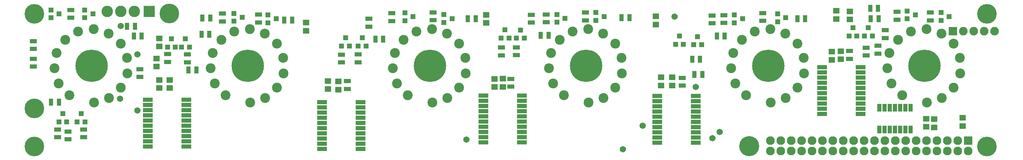
<source format=gts>
G04 #@! TF.FileFunction,Soldermask,Top*
%FSLAX46Y46*%
G04 Gerber Fmt 4.6, Leading zero omitted, Abs format (unit mm)*
G04 Created by KiCad (PCBNEW 4.0.6+dfsg1-1) date Sun Apr  1 15:15:07 2018*
%MOMM*%
%LPD*%
G01*
G04 APERTURE LIST*
%ADD10C,0.100000*%
%ADD11R,1.700000X1.100000*%
%ADD12R,1.100000X1.700000*%
%ADD13R,1.000000X1.900000*%
%ADD14R,1.300000X1.200000*%
%ADD15R,1.200000X1.300000*%
%ADD16R,1.650000X1.400000*%
%ADD17R,2.350000X1.000000*%
%ADD18C,4.800000*%
%ADD19C,1.543000*%
%ADD20R,2.100000X2.100000*%
%ADD21O,2.100000X2.100000*%
%ADD22C,2.400000*%
%ADD23C,7.900000*%
%ADD24C,4.900000*%
%ADD25R,2.127200X2.127200*%
%ADD26O,2.127200X2.127200*%
%ADD27C,2.800000*%
%ADD28R,2.800000X2.800000*%
G04 APERTURE END LIST*
D10*
D11*
X238125000Y-59883000D03*
X238125000Y-61783000D03*
D12*
X56708080Y-61264800D03*
X54808080Y-61264800D03*
D13*
X236664500Y-84170500D03*
X237934500Y-84170500D03*
X239204500Y-84170500D03*
X240474500Y-84170500D03*
X241744500Y-84170500D03*
X243014500Y-84170500D03*
X244284500Y-84170500D03*
X244284500Y-78770500D03*
X243014500Y-78770500D03*
X241744500Y-78770500D03*
X240474500Y-78770500D03*
X239204500Y-78770500D03*
X237934500Y-78770500D03*
X236664500Y-78770500D03*
D12*
X234444500Y-54546500D03*
X236344500Y-54546500D03*
D11*
X249110500Y-57465000D03*
X249110500Y-55565000D03*
X236347000Y-65593000D03*
X236347000Y-63693000D03*
X233489500Y-64137500D03*
X233489500Y-66037500D03*
X229425500Y-66863000D03*
X229425500Y-64963000D03*
X240990120Y-57277040D03*
X240990120Y-55377040D03*
D12*
X236471500Y-57023000D03*
X234571500Y-57023000D03*
X218564500Y-57023000D03*
X216664500Y-57023000D03*
X198943000Y-61277500D03*
X197043000Y-61277500D03*
D11*
X208216500Y-57592000D03*
X208216500Y-55692000D03*
D12*
X192910500Y-66992500D03*
X191010500Y-66992500D03*
X191582000Y-70675500D03*
X193482000Y-70675500D03*
D11*
X188595000Y-73403500D03*
X188595000Y-71503500D03*
X198755000Y-58100000D03*
X198755000Y-56200000D03*
X195834000Y-58163500D03*
X195834000Y-56263500D03*
D12*
X175702000Y-56769000D03*
X173802000Y-56769000D03*
X155953500Y-61150500D03*
X154053500Y-61150500D03*
D11*
X164973000Y-57465000D03*
X164973000Y-55565000D03*
X148132800Y-64053680D03*
X148132800Y-65953680D03*
X144475200Y-64094320D03*
X144475200Y-65994320D03*
X146748500Y-73657500D03*
X146748500Y-71757500D03*
X155384500Y-57909500D03*
X155384500Y-56009500D03*
X151790400Y-58008560D03*
X151790400Y-56108560D03*
D12*
X138173500Y-57086500D03*
X136273500Y-57086500D03*
X115631000Y-62039500D03*
X113731000Y-62039500D03*
D11*
X127769620Y-57388800D03*
X127769620Y-55488800D03*
X109496860Y-65798660D03*
X109496860Y-67698660D03*
X105445560Y-65826600D03*
X105445560Y-67726600D03*
X106870500Y-74229000D03*
X106870500Y-72329000D03*
X117739160Y-57640260D03*
X117739160Y-55740260D03*
X112141000Y-58989000D03*
X112141000Y-57089000D03*
D12*
X93406000Y-57404000D03*
X91506000Y-57404000D03*
X73213000Y-60896500D03*
X71313000Y-60896500D03*
D11*
X85217000Y-57973000D03*
X85217000Y-56073000D03*
X67881500Y-67688500D03*
X67881500Y-65788500D03*
X62992000Y-65725000D03*
X62992000Y-67625000D03*
D12*
X70038000Y-69596000D03*
X68138000Y-69596000D03*
D11*
X76428600Y-57688520D03*
X76428600Y-55788520D03*
D12*
X73403500Y-56896000D03*
X71503500Y-56896000D03*
X34610000Y-77470000D03*
X36510000Y-77470000D03*
D11*
X39370000Y-54930000D03*
X39370000Y-56830000D03*
X42545000Y-86040000D03*
X42545000Y-84140000D03*
X38735000Y-84648000D03*
X38735000Y-86548000D03*
X36195000Y-86040000D03*
X36195000Y-84140000D03*
X30226000Y-62550000D03*
X30226000Y-64450000D03*
X30226000Y-66868000D03*
X30226000Y-68768000D03*
D14*
X251730000Y-55565000D03*
X251730000Y-57465000D03*
X253730000Y-56515000D03*
D15*
X233047500Y-61261500D03*
X234947500Y-61261500D03*
X233997500Y-59261500D03*
D14*
X243464840Y-55148440D03*
X243464840Y-57048440D03*
X245464840Y-56098440D03*
D15*
X229301000Y-61261500D03*
X231201000Y-61261500D03*
X230251000Y-59261500D03*
D14*
X211852000Y-55882500D03*
X211852000Y-57782500D03*
X213852000Y-56832500D03*
D15*
X191391500Y-63420500D03*
X193291500Y-63420500D03*
X192341500Y-61420500D03*
D14*
X201311000Y-56136500D03*
X201311000Y-58036500D03*
X203311000Y-57086500D03*
D15*
X186946500Y-63293500D03*
X188846500Y-63293500D03*
X187896500Y-61293500D03*
D14*
X167529000Y-55565000D03*
X167529000Y-57465000D03*
X169529000Y-56515000D03*
D15*
X148148000Y-61833000D03*
X150048000Y-61833000D03*
X149098000Y-59833000D03*
D14*
X158004000Y-56009500D03*
X158004000Y-57909500D03*
X160004000Y-56959500D03*
D15*
X144401500Y-61769500D03*
X146301500Y-61769500D03*
X145351500Y-59769500D03*
D14*
X130445000Y-56073000D03*
X130445000Y-57973000D03*
X132445000Y-57023000D03*
D15*
X109540000Y-63738000D03*
X111440000Y-63738000D03*
X110490000Y-61738000D03*
D14*
X120920000Y-55628500D03*
X120920000Y-57528500D03*
X122920000Y-56578500D03*
D15*
X105476000Y-63738000D03*
X107376000Y-63738000D03*
X106426000Y-61738000D03*
D14*
X87519000Y-56136500D03*
X87519000Y-58036500D03*
X89519000Y-57086500D03*
D15*
X66423500Y-63992000D03*
X68323500Y-63992000D03*
X67373500Y-61992000D03*
D14*
X79200500Y-55755500D03*
X79200500Y-57655500D03*
X81200500Y-56705500D03*
D15*
X62994500Y-63992000D03*
X64894500Y-63992000D03*
X63944500Y-61992000D03*
D14*
X42815000Y-54930000D03*
X42815000Y-56830000D03*
X44815000Y-55880000D03*
D15*
X40960000Y-82280000D03*
X42860000Y-82280000D03*
X41910000Y-80280000D03*
D14*
X34560000Y-54930000D03*
X34560000Y-56830000D03*
X36560000Y-55880000D03*
D15*
X36515000Y-82280000D03*
X38415000Y-82280000D03*
X37465000Y-80280000D03*
D16*
X60960000Y-74025000D03*
X60960000Y-72025000D03*
X102108000Y-74279000D03*
X102108000Y-72279000D03*
X142748000Y-73771000D03*
X142748000Y-71771000D03*
X183451500Y-73390000D03*
X183451500Y-71390000D03*
X225107500Y-67103500D03*
X225107500Y-65103500D03*
X250063000Y-83613500D03*
X250063000Y-81613500D03*
X63500000Y-74025000D03*
X63500000Y-72025000D03*
X104648000Y-74406000D03*
X104648000Y-72406000D03*
X144843500Y-73707500D03*
X144843500Y-71707500D03*
X186118500Y-73390000D03*
X186118500Y-71390000D03*
X227266500Y-66976500D03*
X227266500Y-64976500D03*
X248094500Y-83486500D03*
X248094500Y-81486500D03*
D17*
X58165000Y-76835000D03*
X58165000Y-78105000D03*
X58165000Y-79375000D03*
X58165000Y-80645000D03*
X58165000Y-81915000D03*
X58165000Y-83185000D03*
X58165000Y-84455000D03*
X58165000Y-85725000D03*
X58165000Y-86995000D03*
X58165000Y-88265000D03*
X67565000Y-88265000D03*
X67565000Y-86995000D03*
X67565000Y-85725000D03*
X67565000Y-84455000D03*
X67565000Y-83185000D03*
X67565000Y-81915000D03*
X67565000Y-80645000D03*
X67565000Y-79375000D03*
X67565000Y-78105000D03*
X67565000Y-76835000D03*
X140080000Y-75869800D03*
X140080000Y-77139800D03*
X140080000Y-78409800D03*
X140080000Y-79679800D03*
X140080000Y-80949800D03*
X140080000Y-82219800D03*
X140080000Y-83489800D03*
X140080000Y-84759800D03*
X140080000Y-86029800D03*
X140080000Y-87299800D03*
X149480000Y-87299800D03*
X149480000Y-86029800D03*
X149480000Y-84759800D03*
X149480000Y-83489800D03*
X149480000Y-82219800D03*
X149480000Y-80949800D03*
X149480000Y-79679800D03*
X149480000Y-78409800D03*
X149480000Y-77139800D03*
X149480000Y-75869800D03*
X100710000Y-77470000D03*
X100710000Y-78740000D03*
X100710000Y-80010000D03*
X100710000Y-81280000D03*
X100710000Y-82550000D03*
X100710000Y-83820000D03*
X100710000Y-85090000D03*
X100710000Y-86360000D03*
X100710000Y-87630000D03*
X100710000Y-88900000D03*
X110110000Y-88900000D03*
X110110000Y-87630000D03*
X110110000Y-86360000D03*
X110110000Y-85090000D03*
X110110000Y-83820000D03*
X110110000Y-82550000D03*
X110110000Y-81280000D03*
X110110000Y-80010000D03*
X110110000Y-78740000D03*
X110110000Y-77470000D03*
X222693500Y-68897500D03*
X222693500Y-70167500D03*
X222693500Y-71437500D03*
X222693500Y-72707500D03*
X222693500Y-73977500D03*
X222693500Y-75247500D03*
X222693500Y-76517500D03*
X222693500Y-77787500D03*
X222693500Y-79057500D03*
X222693500Y-80327500D03*
X232093500Y-80327500D03*
X232093500Y-79057500D03*
X232093500Y-77787500D03*
X232093500Y-76517500D03*
X232093500Y-75247500D03*
X232093500Y-73977500D03*
X232093500Y-72707500D03*
X232093500Y-71437500D03*
X232093500Y-70167500D03*
X232093500Y-68897500D03*
X182523400Y-75895200D03*
X182523400Y-77165200D03*
X182523400Y-78435200D03*
X182523400Y-79705200D03*
X182523400Y-80975200D03*
X182523400Y-82245200D03*
X182523400Y-83515200D03*
X182523400Y-84785200D03*
X182523400Y-86055200D03*
X182523400Y-87325200D03*
X191923400Y-87325200D03*
X191923400Y-86055200D03*
X191923400Y-84785200D03*
X191923400Y-83515200D03*
X191923400Y-82245200D03*
X191923400Y-80975200D03*
X191923400Y-79705200D03*
X191923400Y-78435200D03*
X191923400Y-77165200D03*
X191923400Y-75895200D03*
D16*
X256984500Y-83296000D03*
X256984500Y-81296000D03*
X60325000Y-68754500D03*
X60325000Y-66754500D03*
D12*
X55052000Y-58928000D03*
X53152000Y-58928000D03*
D18*
X30480000Y-88265000D03*
X262890000Y-55880000D03*
X262890000Y-88265000D03*
X30480000Y-55880000D03*
D19*
X51562000Y-58801000D03*
X55626000Y-79502000D03*
X55626000Y-65786000D03*
X197739000Y-84772500D03*
X195961000Y-86296500D03*
X178943000Y-83248500D03*
X51460400Y-76606400D03*
D16*
X60960000Y-61865000D03*
X60960000Y-63865000D03*
X96774000Y-57991500D03*
X96774000Y-59991500D03*
X140716000Y-56086500D03*
X140716000Y-58086500D03*
X182118000Y-56467500D03*
X182118000Y-58467500D03*
X226187000Y-55134000D03*
X226187000Y-57134000D03*
X229489000Y-55261000D03*
X229489000Y-57261000D03*
D19*
X135890000Y-86614000D03*
X186753500Y-56515000D03*
X174117000Y-88963500D03*
X191897000Y-73723500D03*
D20*
X254635000Y-60071000D03*
D21*
X257175000Y-60071000D03*
X259715000Y-60071000D03*
X262255000Y-60071000D03*
X264795000Y-60071000D03*
D22*
X41197092Y-60168592D03*
X39033665Y-75767720D03*
X36439216Y-72879821D03*
X35457154Y-69118381D03*
X35937038Y-65470661D03*
X38016404Y-62229375D03*
X45010367Y-59611249D03*
X48649987Y-60663517D03*
X51566293Y-63174145D03*
X53156487Y-66613765D03*
X53183740Y-70465837D03*
X51633897Y-73918326D03*
X48742118Y-76459766D03*
X45119607Y-77561544D03*
D23*
X44450000Y-68580000D03*
D22*
X79297092Y-60168592D03*
X77133665Y-75767720D03*
X74539216Y-72879821D03*
X73557154Y-69118381D03*
X74037038Y-65470661D03*
X76116404Y-62229375D03*
X83110367Y-59611249D03*
X86749987Y-60663517D03*
X89666293Y-63174145D03*
X91256487Y-66613765D03*
X91283740Y-70465837D03*
X89733897Y-73918326D03*
X86842118Y-76459766D03*
X83219607Y-77561544D03*
D23*
X82550000Y-68580000D03*
D22*
X123747092Y-60168592D03*
X121583665Y-75767720D03*
X118989216Y-72879821D03*
X118007154Y-69118381D03*
X118487038Y-65470661D03*
X120566404Y-62229375D03*
X127560367Y-59611249D03*
X131199987Y-60663517D03*
X134116293Y-63174145D03*
X135706487Y-66613765D03*
X135733740Y-70465837D03*
X134183897Y-73918326D03*
X131292118Y-76459766D03*
X127669607Y-77561544D03*
D23*
X127000000Y-68580000D03*
D22*
X161847092Y-60168592D03*
X159683665Y-75767720D03*
X157089216Y-72879821D03*
X156107154Y-69118381D03*
X156587038Y-65470661D03*
X158666404Y-62229375D03*
X165660367Y-59611249D03*
X169299987Y-60663517D03*
X172216293Y-63174145D03*
X173806487Y-66613765D03*
X173833740Y-70465837D03*
X172283897Y-73918326D03*
X169392118Y-76459766D03*
X165769607Y-77561544D03*
D23*
X165100000Y-68580000D03*
D22*
X206297092Y-60168592D03*
X204133665Y-75767720D03*
X201539216Y-72879821D03*
X200557154Y-69118381D03*
X201037038Y-65470661D03*
X203116404Y-62229375D03*
X210110367Y-59611249D03*
X213749987Y-60663517D03*
X216666293Y-63174145D03*
X218256487Y-66613765D03*
X218283740Y-70465837D03*
X216733897Y-73918326D03*
X213842118Y-76459766D03*
X210219607Y-77561544D03*
D23*
X209550000Y-68580000D03*
D22*
X244397092Y-60168592D03*
X242233665Y-75767720D03*
X239639216Y-72879821D03*
X238657154Y-69118381D03*
X239137038Y-65470661D03*
X241216404Y-62229375D03*
X248210367Y-59611249D03*
X251849987Y-60663517D03*
X254766293Y-63174145D03*
X256356487Y-66613765D03*
X256383740Y-70465837D03*
X254833897Y-73918326D03*
X251942118Y-76459766D03*
X248319607Y-77561544D03*
D23*
X247650000Y-68580000D03*
D24*
X204946000Y-88194000D03*
D25*
X258346000Y-86894000D03*
D26*
X258346000Y-89434000D03*
X255806000Y-86894000D03*
X255806000Y-89434000D03*
X253266000Y-86894000D03*
X253266000Y-89434000D03*
X250726000Y-86894000D03*
X250726000Y-89434000D03*
X248186000Y-86894000D03*
X248186000Y-89434000D03*
X245646000Y-86894000D03*
X245646000Y-89434000D03*
X243106000Y-86894000D03*
X243106000Y-89434000D03*
X240566000Y-86894000D03*
X240566000Y-89434000D03*
X238026000Y-86894000D03*
X238026000Y-89434000D03*
X235486000Y-86894000D03*
X235486000Y-89434000D03*
X232946000Y-86894000D03*
X232946000Y-89434000D03*
X230406000Y-86894000D03*
X230406000Y-89434000D03*
X227866000Y-86894000D03*
X227866000Y-89434000D03*
X225326000Y-86894000D03*
X225326000Y-89434000D03*
X222786000Y-86894000D03*
X222786000Y-89434000D03*
X220246000Y-86894000D03*
X220246000Y-89434000D03*
X217706000Y-86894000D03*
X217706000Y-89434000D03*
X215166000Y-86894000D03*
X215166000Y-89434000D03*
X212626000Y-86894000D03*
X212626000Y-89434000D03*
X210086000Y-86894000D03*
X210086000Y-89434000D03*
D11*
X56261000Y-71308000D03*
X56261000Y-69408000D03*
D18*
X30480000Y-79019000D03*
D27*
X54889400Y-55295800D03*
X48280000Y-55280000D03*
X51580000Y-55280000D03*
D18*
X63480000Y-55805000D03*
D28*
X58580000Y-55280000D03*
M02*

</source>
